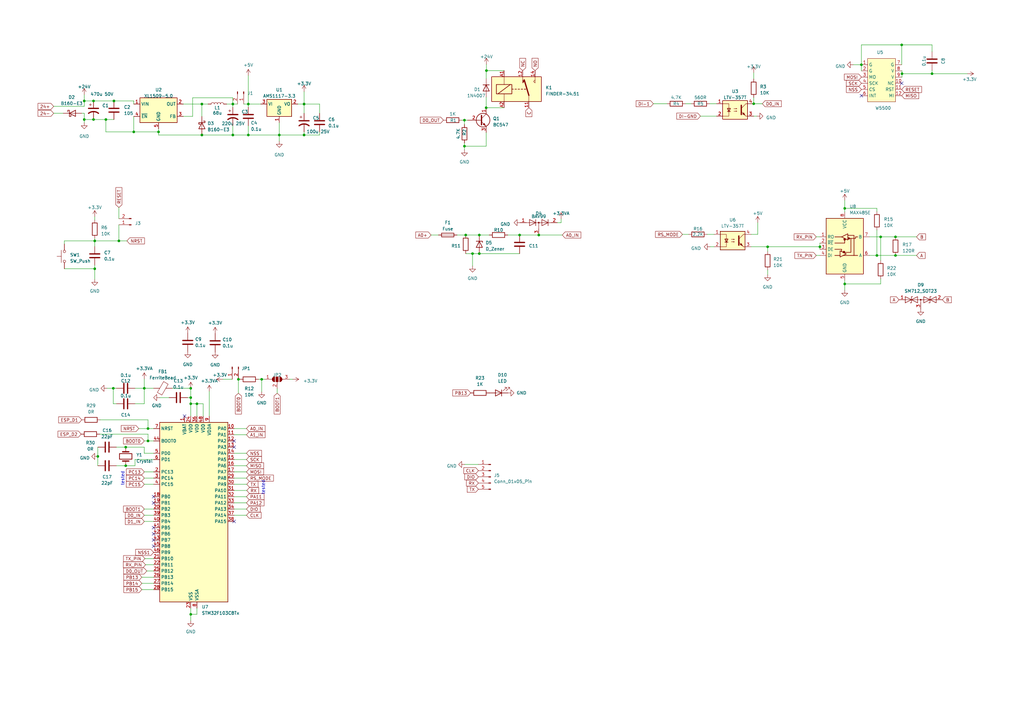
<source format=kicad_sch>
(kicad_sch (version 20231120) (generator "eeschema") (generator_version "8.0")
  (paper "A3")
  (title_block (title "Adam Edge PCB V1") (date "2023-05-27") (rev "1"))
  (junction (at 193.802 104.013))
  (junction (at 361.188 97.155))
  (junction (at 78.232 159.258))
  (junction (at 382.27 30.226))
  (junction (at 199.517 28.956))
  (junction (at 213.106 96.393))
  (junction (at 369.824 18.415))
  (junction (at 48.768 98.806))
  (junction (at 190.5 49.276))
  (junction (at 336.296 101.219))
  (junction (at 367.284 104.775))
  (junction (at 46.736 41.402))
  (junction (at 60.706 175.768))
  (junction (at 191.008 96.393))
  (junction (at 314.833 101.219))
  (junction (at 78.232 251.968))
  (junction (at 199.39 44.196))
  (junction (at 38.354 49.022))
  (junction (at 82.804 42.672))
  (junction (at 40.132 187.198))
  (junction (at 346.456 116.459))
  (junction (at 97.79 155.575))
  (junction (at 309.118 42.545))
  (junction (at 107.315 155.575))
  (junction (at 196.596 96.393))
  (junction (at 51.562 191.008))
  (junction (at 78.232 163.068))
  (junction (at 54.864 54.102))
  (junction (at 78.232 165.608))
  (junction (at 38.862 110.236))
  (junction (at 82.804 55.372))
  (junction (at 114.554 55.372))
  (junction (at 359.664 104.775))
  (junction (at 46.482 159.258))
  (junction (at 101.854 55.372))
  (junction (at 34.544 49.022))
  (junction (at 95.504 42.672))
  (junction (at 51.562 183.388))
  (junction (at 65.024 54.102))
  (junction (at 369.951 30.226))
  (junction (at 95.504 55.372))
  (junction (at 124.714 55.372))
  (junction (at 346.456 85.471))
  (junction (at 60.706 180.848))
  (junction (at 353.314 26.543))
  (junction (at 124.714 42.672))
  (junction (at 34.544 41.402))
  (junction (at 190.5 59.944))
  (junction (at 101.854 42.672))
  (junction (at 43.434 49.022))
  (junction (at 80.772 165.608))
  (junction (at 196.596 104.013))
  (junction (at 220.98 96.393))
  (junction (at 59.182 159.258))
  (junction (at 38.354 41.402))
  (junction (at 367.284 97.155))
  (junction (at 38.862 98.806))
  (no_connect (at 62.992 221.488))
  (no_connect (at 62.992 218.948))
  (no_connect (at 62.992 203.708))
  (no_connect (at 96.012 183.388))
  (no_connect (at 369.824 34.163))
  (no_connect (at 96.012 180.848))
  (no_connect (at 62.992 216.408))
  (no_connect (at 353.314 39.243))
  (no_connect (at 62.992 224.028))
  (no_connect (at 75.692 170.688))
  (no_connect (at 96.012 213.868))
  (no_connect (at 62.992 206.248))
  (wire (pts (xy 131.064 42.672) (xy 124.714 42.672)))
  (wire (pts (xy 55.372 188.468) (xy 55.372 191.008)))
  (wire (pts (xy 196.596 104.013) (xy 213.106 104.013)))
  (wire (pts (xy 191.008 104.013) (xy 193.802 104.013)))
  (wire (pts (xy 310.769 91.313) (xy 310.769 96.139)))
  (wire (pts (xy 199.39 32.258) (xy 199.39 28.956)))
  (wire (pts (xy 40.132 187.198) (xy 40.132 191.008)))
  (wire (pts (xy 190.5 59.944) (xy 190.5 61.468)))
  (wire (pts (xy 369.824 31.623) (xy 369.951 31.623)))
  (wire (pts (xy 65.532 163.068) (xy 69.342 163.068)))
  (wire (pts (xy 367.284 97.155) (xy 375.92 97.155)))
  (wire (pts (xy 193.802 104.013) (xy 196.596 104.013)))
  (wire (pts (xy 190.5 58.674) (xy 190.5 59.944)))
  (wire (pts (xy 48.768 92.202) (xy 48.768 98.806)))
  (wire (pts (xy 124.714 55.372) (xy 114.554 55.372)))
  (wire (pts (xy 34.544 49.022) (xy 38.354 49.022)))
  (wire (pts (xy 356.616 97.155) (xy 361.188 97.155)))
  (wire (pts (xy 346.456 116.459) (xy 361.188 116.459)))
  (wire (pts (xy 70.612 159.258) (xy 78.232 159.258)))
  (wire (pts (xy 82.804 42.672) (xy 82.804 47.752)))
  (wire (pts (xy 206.756 44.196) (xy 199.39 44.196)))
  (wire (pts (xy 40.894 178.054) (xy 60.706 178.054)))
  (wire (pts (xy 47.752 165.608) (xy 46.482 165.608)))
  (wire (pts (xy 80.772 165.608) (xy 83.312 165.608)))
  (wire (pts (xy 96.012 185.928) (xy 101.092 185.928)))
  (wire (pts (xy 382.27 18.415) (xy 382.27 21.209)))
  (wire (pts (xy 359.664 94.361) (xy 359.664 104.775)))
  (wire (pts (xy 43.434 54.102) (xy 43.434 49.022)))
  (wire (pts (xy 76.962 163.068) (xy 78.232 163.068)))
  (wire (pts (xy 230.124 91.313) (xy 230.124 89.789)))
  (wire (pts (xy 176.784 96.393) (xy 179.832 96.393)))
  (wire (pts (xy 346.456 116.459) (xy 346.456 118.999)))
  (wire (pts (xy 60.706 175.768) (xy 62.992 175.768)))
  (wire (pts (xy 114.554 50.292) (xy 114.554 55.372)))
  (wire (pts (xy 213.106 96.393) (xy 220.98 96.393)))
  (wire (pts (xy 199.39 59.944) (xy 199.39 54.356)))
  (wire (pts (xy 80.772 249.428) (xy 80.772 251.968)))
  (wire (pts (xy 43.942 159.258) (xy 46.482 159.258)))
  (wire (pts (xy 101.854 30.988) (xy 101.854 42.672)))
  (wire (pts (xy 314.833 112.649) (xy 314.833 110.744)))
  (wire (pts (xy 47.752 191.008) (xy 51.562 191.008)))
  (wire (pts (xy 369.824 29.083) (xy 369.951 29.083)))
  (wire (pts (xy 59.182 211.328) (xy 62.992 211.328)))
  (wire (pts (xy 131.064 54.102) (xy 131.064 55.372)))
  (wire (pts (xy 59.182 198.628) (xy 62.992 198.628)))
  (wire (pts (xy 26.416 98.806) (xy 26.416 100.076)))
  (wire (pts (xy 346.456 85.471) (xy 346.456 86.995)))
  (wire (pts (xy 228.6 91.313) (xy 230.124 91.313)))
  (wire (pts (xy 34.544 41.402) (xy 34.544 38.862)))
  (wire (pts (xy 78.232 163.068) (xy 78.232 165.608)))
  (wire (pts (xy 54.864 54.102) (xy 65.024 54.102)))
  (wire (pts (xy 48.768 85.09) (xy 48.768 89.662)))
  (wire (pts (xy 33.528 46.482) (xy 34.544 46.482)))
  (wire (pts (xy 59.182 180.848) (xy 60.706 180.848)))
  (wire (pts (xy 199.517 26.416) (xy 199.517 28.956)))
  (wire (pts (xy 59.182 196.088) (xy 62.992 196.088)))
  (wire (pts (xy 336.296 99.695) (xy 336.296 101.219)))
  (wire (pts (xy 92.964 42.672) (xy 95.504 42.672)))
  (wire (pts (xy 38.862 101.092) (xy 38.862 98.806)))
  (wire (pts (xy 291.338 101.219) (xy 292.862 101.219)))
  (wire (pts (xy 334.772 97.155) (xy 336.296 97.155)))
  (wire (pts (xy 96.012 211.328) (xy 101.092 211.328)))
  (wire (pts (xy 353.314 18.415) (xy 353.314 26.543)))
  (wire (pts (xy 78.232 251.968) (xy 78.232 254.508)))
  (wire (pts (xy 85.852 160.528) (xy 85.852 170.688)))
  (wire (pts (xy 369.951 29.083) (xy 369.951 30.226)))
  (wire (pts (xy 101.854 42.672) (xy 101.854 43.942)))
  (wire (pts (xy 189.484 49.276) (xy 190.5 49.276)))
  (wire (pts (xy 59.182 208.788) (xy 62.992 208.788)))
  (wire (pts (xy 279.908 96.139) (xy 282.448 96.139)))
  (wire (pts (xy 309.118 29.845) (xy 309.118 32.385)))
  (wire (pts (xy 54.864 54.102) (xy 43.434 54.102)))
  (wire (pts (xy 83.312 165.608) (xy 83.312 170.688)))
  (wire (pts (xy 359.664 104.775) (xy 367.284 104.775)))
  (wire (pts (xy 199.517 28.956) (xy 206.756 28.956)))
  (wire (pts (xy 369.824 26.543) (xy 369.824 18.415)))
  (wire (pts (xy 106.045 155.575) (xy 107.315 155.575)))
  (wire (pts (xy 38.862 88.9) (xy 38.862 90.17)))
  (wire (pts (xy 34.544 41.402) (xy 34.544 43.6372)))
  (wire (pts (xy 96.012 203.708) (xy 101.092 203.708)))
  (wire (pts (xy 59.182 193.548) (xy 62.992 193.548)))
  (wire (pts (xy 359.664 86.741) (xy 359.664 85.471)))
  (wire (pts (xy 34.544 46.482) (xy 34.544 49.022)))
  (wire (pts (xy 62.992 188.468) (xy 55.372 188.468)))
  (wire (pts (xy 199.39 44.196) (xy 199.39 39.878)))
  (wire (pts (xy 382.27 30.226) (xy 396.748 30.226)))
  (wire (pts (xy 60.198 234.188) (xy 62.992 234.188)))
  (wire (pts (xy 95.504 55.372) (xy 82.804 55.372)))
  (wire (pts (xy 190.5 59.944) (xy 199.39 59.944)))
  (wire (pts (xy 124.714 37.592) (xy 124.714 42.672)))
  (wire (pts (xy 26.416 110.236) (xy 38.862 110.236)))
  (wire (pts (xy 59.436 229.108) (xy 62.992 229.108)))
  (wire (pts (xy 290.068 96.139) (xy 292.862 96.139)))
  (wire (pts (xy 334.772 104.775) (xy 336.296 104.775)))
  (wire (pts (xy 62.992 185.928) (xy 59.182 185.928)))
  (wire (pts (xy 38.354 41.402) (xy 46.736 41.402)))
  (wire (pts (xy 58.166 239.268) (xy 62.992 239.268)))
  (wire (pts (xy 82.804 42.672) (xy 85.344 42.672)))
  (wire (pts (xy 82.804 55.372) (xy 65.024 55.372)))
  (wire (pts (xy 96.012 175.768) (xy 101.092 175.768)))
  (wire (pts (xy 96.012 196.088) (xy 101.092 196.088)))
  (wire (pts (xy 122.174 42.672) (xy 124.714 42.672)))
  (wire (pts (xy 96.012 208.788) (xy 101.092 208.788)))
  (wire (pts (xy 75.184 47.752) (xy 78.994 47.752)))
  (wire (pts (xy 59.182 165.608) (xy 59.182 159.258)))
  (wire (pts (xy 369.951 30.226) (xy 382.27 30.226)))
  (wire (pts (xy 34.544 41.402) (xy 38.354 41.402)))
  (wire (pts (xy 55.372 159.258) (xy 59.182 159.258)))
  (wire (pts (xy 34.544 49.022) (xy 34.544 50.292)))
  (wire (pts (xy 350.012 26.543) (xy 353.314 26.543)))
  (wire (pts (xy 346.456 85.471) (xy 359.664 85.471)))
  (wire (pts (xy 75.184 42.672) (xy 82.804 42.672)))
  (wire (pts (xy 124.714 55.372) (xy 131.064 55.372)))
  (wire (pts (xy 26.416 98.806) (xy 38.862 98.806)))
  (wire (pts (xy 199.39 28.956) (xy 199.517 28.956)))
  (wire (pts (xy 60.706 178.054) (xy 60.706 180.848)))
  (wire (pts (xy 60.706 180.848) (xy 62.992 180.848)))
  (wire (pts (xy 54.864 47.752) (xy 54.864 54.102)))
  (wire (pts (xy 191.008 96.393) (xy 196.596 96.393)))
  (wire (pts (xy 96.012 198.628) (xy 101.219 198.628)))
  (wire (pts (xy 220.98 96.393) (xy 230.632 96.393)))
  (wire (pts (xy 124.714 42.672) (xy 124.714 46.482)))
  (wire (pts (xy 78.994 47.752) (xy 78.994 40.132)))
  (wire (pts (xy 55.372 165.608) (xy 59.182 165.608)))
  (wire (pts (xy 353.314 26.543) (xy 353.314 29.083)))
  (wire (pts (xy 56.896 175.768) (xy 60.706 175.768)))
  (wire (pts (xy 55.372 191.008) (xy 51.562 191.008)))
  (wire (pts (xy 48.768 98.806) (xy 52.07 98.806)))
  (wire (pts (xy 47.752 183.388) (xy 51.562 183.388)))
  (wire (pts (xy 59.182 159.258) (xy 62.992 159.258)))
  (wire (pts (xy 99.949 42.672) (xy 101.854 42.672)))
  (wire (pts (xy 346.456 114.935) (xy 346.456 116.459)))
  (wire (pts (xy 96.012 206.248) (xy 101.092 206.248)))
  (wire (pts (xy 131.064 46.482) (xy 131.064 42.672)))
  (wire (pts (xy 78.232 249.428) (xy 78.232 251.968)))
  (wire (pts (xy 208.28 96.393) (xy 213.106 96.393)))
  (wire (pts (xy 46.482 159.258) (xy 47.752 159.258)))
  (wire (pts (xy 78.232 165.608) (xy 80.772 165.608)))
  (wire (pts (xy 97.409 42.672) (xy 95.504 42.672)))
  (wire (pts (xy 78.232 251.968) (xy 80.772 251.968)))
  (wire (pts (xy 336.296 101.219) (xy 336.296 102.235)))
  (wire (pts (xy 59.182 185.928) (xy 59.182 183.388)))
  (wire (pts (xy 101.854 55.372) (xy 114.554 55.372)))
  (wire (pts (xy 65.024 54.102) (xy 65.024 52.832)))
  (wire (pts (xy 314.833 101.219) (xy 308.102 101.219)))
  (wire (pts (xy 98.425 155.575) (xy 97.79 155.575)))
  (wire (pts (xy 59.182 183.388) (xy 51.562 183.388)))
  (wire (pts (xy 60.706 172.212) (xy 60.706 175.768)))
  (wire (pts (xy 107.315 155.575) (xy 107.315 160.655)))
  (wire (pts (xy 190.627 190.5) (xy 196.215 190.5)))
  (wire (pts (xy 113.665 159.385) (xy 113.665 161.29)))
  (wire (pts (xy 58.166 241.808) (xy 62.992 241.808)))
  (wire (pts (xy 310.769 96.139) (xy 308.102 96.139)))
  (wire (pts (xy 96.012 178.308) (xy 101.092 178.308)))
  (wire (pts (xy 80.772 165.608) (xy 80.772 170.688)))
  (wire (pts (xy 361.188 97.155) (xy 367.284 97.155)))
  (wire (pts (xy 353.314 18.415) (xy 369.824 18.415)))
  (wire (pts (xy 367.284 104.775) (xy 375.92 104.775)))
  (wire (pts (xy 38.862 114.554) (xy 38.862 110.236)))
  (wire (pts (xy 58.166 236.728) (xy 62.992 236.728)))
  (wire (pts (xy 78.994 40.132) (xy 95.504 40.132)))
  (wire (pts (xy 281.178 42.545) (xy 283.464 42.545)))
  (wire (pts (xy 59.69 231.648) (xy 62.992 231.648)))
  (wire (pts (xy 46.736 49.022) (xy 43.434 49.022)))
  (wire (pts (xy 361.188 97.155) (xy 361.188 106.807)))
  (wire (pts (xy 114.554 55.372) (xy 114.554 57.912)))
  (wire (pts (xy 96.012 191.008) (xy 101.092 191.008)))
  (wire (pts (xy 46.736 41.402) (xy 54.864 41.402)))
  (wire (pts (xy 196.596 96.393) (xy 200.66 96.393)))
  (wire (pts (xy 41.148 172.212) (xy 60.706 172.212)))
  (wire (pts (xy 59.182 213.868) (xy 62.992 213.868)))
  (wire (pts (xy 96.012 193.548) (xy 101.092 193.548)))
  (wire (pts (xy 310.388 47.625) (xy 309.118 47.625)))
  (wire (pts (xy 369.824 18.415) (xy 382.27 18.415)))
  (wire (pts (xy 40.132 183.388) (xy 40.132 187.198)))
  (wire (pts (xy 101.854 51.562) (xy 101.854 55.372)))
  (wire (pts (xy 95.504 40.132) (xy 95.504 42.672)))
  (wire (pts (xy 361.188 116.459) (xy 361.188 114.427)))
  (wire (pts (xy 124.714 54.102) (xy 124.714 55.372)))
  (wire (pts (xy 21.9964 43.6372) (xy 34.544 43.6372)))
  (wire (pts (xy 267.97 42.545) (xy 273.558 42.545)))
  (wire (pts (xy 78.232 165.608) (xy 78.232 170.688)))
  (wire (pts (xy 38.862 110.236) (xy 38.862 108.712)))
  (wire (pts (xy 287.274 47.625) (xy 293.878 47.625)))
  (wire (pts (xy 314.833 103.124) (xy 314.833 101.219)))
  (wire (pts (xy 96.012 188.468) (xy 101.092 188.468)))
  (wire (pts (xy 193.802 104.013) (xy 193.802 109.093)))
  (wire (pts (xy 21.9964 46.482) (xy 25.908 46.482)))
  (wire (pts (xy 59.182 155.448) (xy 59.182 159.258)))
  (wire (pts (xy 46.482 165.608) (xy 46.482 159.258)))
  (wire (pts (xy 118.745 155.575) (xy 120.015 155.575)))
  (wire (pts (xy 382.27 28.829) (xy 382.27 30.226)))
  (wire (pts (xy 187.452 96.393) (xy 191.008 96.393)))
  (wire (pts (xy 356.616 104.775) (xy 359.664 104.775)))
  (wire (pts (xy 38.862 98.806) (xy 48.768 98.806)))
  (wire (pts (xy 101.854 42.672) (xy 106.934 42.672)))
  (wire (pts (xy 65.024 55.372) (xy 65.024 54.102)))
  (wire (pts (xy 369.951 31.623) (xy 369.951 30.226)))
  (wire (pts (xy 190.5 49.276) (xy 191.77 49.276)))
  (wire (pts (xy 314.833 101.219) (xy 336.296 101.219)))
  (wire (pts (xy 95.504 51.562) (xy 95.504 55.372)))
  (wire (pts (xy 309.118 42.545) (xy 312.674 42.545)))
  (wire (pts (xy 54.864 42.672) (xy 54.864 41.402)))
  (wire (pts (xy 291.084 42.545) (xy 293.878 42.545)))
  (wire (pts (xy 91.44 155.575) (xy 95.25 155.575)))
  (wire (pts (xy 190.5 49.276) (xy 190.5 51.054)))
  (wire (pts (xy 108.585 155.575) (xy 107.315 155.575)))
  (wire (pts (xy 96.012 201.168) (xy 101.219 201.168)))
  (wire (pts (xy 38.862 98.806) (xy 38.862 97.79)))
  (wire (pts (xy 78.232 159.258) (xy 78.232 163.068)))
  (wire (pts (xy 38.354 49.022) (xy 43.434 49.022)))
  (wire (pts (xy 101.854 55.372) (xy 95.504 55.372)))
  (wire (pts (xy 309.118 40.005) (xy 309.118 42.545)))
  (wire (pts (xy 97.79 161.29) (xy 97.79 155.575)))
  (wire (pts (xy 346.456 82.169) (xy 346.456 85.471)))
  (wire (pts (xy 95.504 42.672) (xy 95.504 43.942)))
  (text "tested" (at 108.712 202.946 90) (effects (font (size 1.27 1.27)) (justify left bottom)))
  (text "tested" (at 51.054 199.263 90) (effects (font (size 1.27 1.27)) (justify left bottom)))
  (global_label "D0_IN" (shape input) (at 312.674 42.545 0) (property "Intersheetrefs" "${INTERSHEET_REFS}" (effects (hide yes))))
  (global_label "RS_MODE" (shape input) (at 101.092 196.088 0) (property "Intersheetrefs" "${INTERSHEET_REFS}" (effects (hide yes))))
  (global_label "ESP_D2" (shape input) (at 33.274 178.054 180) (property "Intersheetrefs" "${INTERSHEET_REFS}" (effects (hide yes))))
  (global_label "B" (shape input) (at 375.92 97.155 0) (property "Intersheetrefs" "${INTERSHEET_REFS}" (effects (hide yes))))
  (global_label "NRST" (shape input) (at 56.896 175.768 180) (property "Intersheetrefs" "${INTERSHEET_REFS}" (effects (hide yes))))
  (global_label "RX_PIN" (shape input) (at 59.69 231.648 180) (property "Intersheetrefs" "${INTERSHEET_REFS}" (effects (hide yes))))
  (global_label "PC14" (shape input) (at 59.182 196.088 180) (property "Intersheetrefs" "${INTERSHEET_REFS}" (effects (hide yes))))
  (global_label "BOOT1" (shape input) (at 113.665 161.29 270) (property "Intersheetrefs" "${INTERSHEET_REFS}" (effects (hide yes))))
  (global_label "A" (shape input) (at 375.92 104.775 0) (property "Intersheetrefs" "${INTERSHEET_REFS}" (effects (hide yes))))
  (global_label "RS_MODE" (shape input) (at 279.908 96.139 180) (property "Intersheetrefs" "${INTERSHEET_REFS}" (effects (hide yes))))
  (global_label "PB13" (shape input) (at 58.166 236.728 180) (property "Intersheetrefs" "${INTERSHEET_REFS}" (effects (hide yes))))
  (global_label "DI-GND" (shape input) (at 287.274 47.625 180) (property "Intersheetrefs" "${INTERSHEET_REFS}" (effects (hide yes))))
  (global_label "A" (shape input) (at 368.7318 122.936 180) (property "Intersheetrefs" "${INTERSHEET_REFS}" (effects (hide yes))))
  (global_label "MISO" (shape input) (at 369.824 39.243 0) (property "Intersheetrefs" "${INTERSHEET_REFS}" (effects (hide yes))))
  (global_label "D0_OUT" (shape input) (at 60.198 234.188 180) (property "Intersheetrefs" "${INTERSHEET_REFS}" (effects (hide yes))))
  (global_label "MOSI" (shape input) (at 101.092 193.548 0) (property "Intersheetrefs" "${INTERSHEET_REFS}" (effects (hide yes))))
  (global_label "RX" (shape input) (at 101.219 201.168 0) (property "Intersheetrefs" "${INTERSHEET_REFS}" (effects (hide yes))))
  (global_label "DIO" (shape input) (at 196.215 195.58 180) (property "Intersheetrefs" "${INTERSHEET_REFS}" (effects (hide yes))))
  (global_label "TX_PIN" (shape input) (at 334.772 104.775 180) (property "Intersheetrefs" "${INTERSHEET_REFS}" (effects (hide yes))))
  (global_label "TX_PIN" (shape input) (at 59.436 229.108 180) (property "Intersheetrefs" "${INTERSHEET_REFS}" (effects (hide yes))))
  (global_label "D0_OUT" (shape input) (at 181.864 49.276 180) (property "Intersheetrefs" "${INTERSHEET_REFS}" (effects (hide yes))))
  (global_label "NO" (shape input) (at 219.456 28.956 90) (property "Intersheetrefs" "${INTERSHEET_REFS}" (effects (hide yes))))
  (global_label "PA11" (shape input) (at 101.092 203.708 0) (property "Intersheetrefs" "${INTERSHEET_REFS}" (effects (hide yes))))
  (global_label "ESP_D1" (shape input) (at 33.528 172.212 180) (property "Intersheetrefs" "${INTERSHEET_REFS}" (effects (hide yes))))
  (global_label "TX" (shape input) (at 101.219 198.628 0) (property "Intersheetrefs" "${INTERSHEET_REFS}" (effects (hide yes))))
  (global_label "A1_IN" (shape input) (at 101.092 178.308 0) (property "Intersheetrefs" "${INTERSHEET_REFS}" (effects (hide yes))))
  (global_label "PC15" (shape input) (at 59.182 198.628 180) (property "Intersheetrefs" "${INTERSHEET_REFS}" (effects (hide yes))))
  (global_label "24+" (shape input) (at 21.9964 43.6372 180) (property "Intersheetrefs" "${INTERSHEET_REFS}" (effects (hide yes))))
  (global_label "NRST" (shape input) (at 52.07 98.806 0) (property "Intersheetrefs" "${INTERSHEET_REFS}" (effects (hide yes))))
  (global_label "DI-1" (shape input) (at 267.97 42.545 180) (property "Intersheetrefs" "${INTERSHEET_REFS}" (effects (hide yes))))
  (global_label "D1_IN" (shape input) (at 59.182 213.868 180) (property "Intersheetrefs" "${INTERSHEET_REFS}" (effects (hide yes))))
  (global_label "NSS" (shape input) (at 101.092 185.928 0) (property "Intersheetrefs" "${INTERSHEET_REFS}" (effects (hide yes))))
  (global_label "PB15" (shape input) (at 58.166 241.808 180) (property "Intersheetrefs" "${INTERSHEET_REFS}" (effects (hide yes))))
  (global_label "CLK" (shape input) (at 196.215 193.04 180) (property "Intersheetrefs" "${INTERSHEET_REFS}" (effects (hide yes))))
  (global_label "NSS1" (shape input) (at 62.992 226.568 180) (property "Intersheetrefs" "${INTERSHEET_REFS}" (effects (hide yes))))
  (global_label "BOOT0" (shape input) (at 59.182 180.848 180) (property "Intersheetrefs" "${INTERSHEET_REFS}" (effects (hide yes))))
  (global_label "RESET" (shape input) (at 48.768 85.09 90) (property "Intersheetrefs" "${INTERSHEET_REFS}" (effects (hide yes))))
  (global_label "RX_PIN" (shape input) (at 334.772 97.155 180) (property "Intersheetrefs" "${INTERSHEET_REFS}" (effects (hide yes))))
  (global_label "MOSI" (shape input) (at 353.314 31.623 180) (property "Intersheetrefs" "${INTERSHEET_REFS}" (effects (hide yes))))
  (global_label "DIO" (shape input) (at 101.092 208.788 0) (property "Intersheetrefs" "${INTERSHEET_REFS}" (effects (hide yes))))
  (global_label "BOOT1" (shape input) (at 59.182 208.788 180) (property "Intersheetrefs" "${INTERSHEET_REFS}" (effects (hide yes))))
  (global_label "NC" (shape input) (at 214.376 28.956 90) (property "Intersheetrefs" "${INTERSHEET_REFS}" (effects (hide yes))))
  (global_label "A0_IN" (shape input) (at 101.092 175.768 0) (property "Intersheetrefs" "${INTERSHEET_REFS}" (effects (hide yes))))
  (global_label "SCK" (shape input) (at 101.092 188.468 0) (property "Intersheetrefs" "${INTERSHEET_REFS}" (effects (hide yes))))
  (global_label "NSS" (shape input) (at 353.314 36.703 180) (property "Intersheetrefs" "${INTERSHEET_REFS}" (effects (hide yes))))
  (global_label "C" (shape input) (at 216.916 44.196 270) (property "Intersheetrefs" "${INTERSHEET_REFS}" (effects (hide yes))))
  (global_label "PC13" (shape input) (at 59.182 193.548 180) (property "Intersheetrefs" "${INTERSHEET_REFS}" (effects (hide yes))))
  (global_label "A0_IN" (shape input) (at 230.632 96.393 0) (property "Intersheetrefs" "${INTERSHEET_REFS}" (effects (hide yes))))
  (global_label "PB14" (shape input) (at 58.166 239.268 180) (property "Intersheetrefs" "${INTERSHEET_REFS}" (effects (hide yes))))
  (global_label "RX" (shape input) (at 196.215 198.12 180) (property "Intersheetrefs" "${INTERSHEET_REFS}" (effects (hide yes))))
  (global_label "PA12" (shape input) (at 101.092 206.248 0) (property "Intersheetrefs" "${INTERSHEET_REFS}" (effects (hide yes))))
  (global_label "24-" (shape input) (at 21.9964 46.482 180) (property "Intersheetrefs" "${INTERSHEET_REFS}" (effects (hide yes))))
  (global_label "PB13" (shape input) (at 193.04 161.163 180) (property "Intersheetrefs" "${INTERSHEET_REFS}" (effects (hide yes))))
  (global_label "B" (shape input) (at 386.5118 122.936 0) (property "Intersheetrefs" "${INTERSHEET_REFS}" (effects (hide yes))))
  (global_label "SCK" (shape input) (at 353.314 34.163 180) (property "Intersheetrefs" "${INTERSHEET_REFS}" (effects (hide yes))))
  (global_label "TX" (shape input) (at 196.215 200.66 180) (property "Intersheetrefs" "${INTERSHEET_REFS}" (effects (hide yes))))
  (global_label "A0+" (shape input) (at 176.784 96.393 180) (property "Intersheetrefs" "${INTERSHEET_REFS}" (effects (hide yes))))
  (global_label "BOOT0" (shape input) (at 97.79 161.29 270) (property "Intersheetrefs" "${INTERSHEET_REFS}" (effects (hide yes))))
  (global_label "RESET" (shape input) (at 369.824 36.703 0) (property "Intersheetrefs" "${INTERSHEET_REFS}" (effects (hide yes))))
  (global_label "MISO" (shape input) (at 101.092 191.008 0) (property "Intersheetrefs" "${INTERSHEET_REFS}" (effects (hide yes))))
  (global_label "D0_IN" (shape input) (at 59.182 211.328 180) (property "Intersheetrefs" "${INTERSHEET_REFS}" (effects (hide yes))))
  (global_label "CLK" (shape input) (at 101.092 211.328 0) (property "Intersheetrefs" "${INTERSHEET_REFS}" (effects (hide yes))))
  (symbol (lib_id "Relay:FINDER-34.51") (at 211.836 36.576 0) (unit 1)
    (property "Reference" "K1" (at 223.774 35.941 0) (effects (justify left)))
    (property "Value" "FINDER-34.51" (at 223.774 38.481 0) (effects (justify left)))
    (property "Footprint" "Relay_THT:Relay_SPDT_Finder_34.51_Vertical" (effects (hide yes)))
    (property "Datasheet" "https://gfinder.findernet.com/public/attachments/34/EN/S34USAEN.pdf" (effects (hide yes)))
  )
  (symbol (lib_id "power:GND") (at 77.0128 144.2212 0) (unit 1)
    (property "Reference" "#PWR024" (effects (hide yes)))
    (property "Value" "GND" (at 77.0128 149.5044 0))
  )
  (symbol (lib_id "Regulator_Switching:XL1509-5.0") (at 65.024 45.212 0) (unit 1)
    (property "Reference" "U2" (at 65.024 36.83 0))
    (property "Value" "XL1509-5.0" (at 65.024 39.37 0))
    (property "Footprint" "Package_SO:SOIC-8_3.9x4.9mm_P1.27mm" (effects (hide yes)))
    (property "Datasheet" "https://datasheet.lcsc.com/lcsc/1809050422_XLSEMI-XL1509-5-0E1_C61063.pdf" (effects (hide yes)))
  )
  (symbol (lib_id "Jumper:SolderJumper_3_Open") (at 113.665 155.575 0) (unit 1)
    (property "Reference" "JP2" (at 113.665 153.797 0))
    (property "Value" "SolderJumper_3_Open" (effects (hide yes)))
    (property "Footprint" "Jumper:SolderJumper-3_P1.3mm_Open_Pad1.0x1.5mm" (effects (hide yes)))
  )
  (symbol (lib_id "Device:C_Polarized_US") (at 124.714 50.292 0) (unit 1)
    (property "Reference" "C5" (at 128.27 48.387 0) (effects (justify left)))
    (property "Value" "100u 25V" (at 125.73 53.975 0) (effects (justify left)))
    (property "Footprint" "Capacitor_THT:CP_Radial_D8.0mm_P5.00mm" (effects (hide yes)))
  )
  (symbol (lib_id "Device:C") (at 43.942 183.388 270) (unit 1)
    (property "Reference" "C16" (at 43.942 176.53 90))
    (property "Value" "22pF" (at 43.942 179.07 90))
    (property "Footprint" "Capacitor_SMD:C_0805_2012Metric" (effects (hide yes)))
  )
  (symbol (lib_id "power:GND") (at 350.012 26.543 270) (unit 1)
    (property "Reference" "#PWR018" (effects (hide yes)))
    (property "Value" "GND" (at 346.71 27.178 90) (effects (justify right)))
  )
  (symbol (lib_id "power:GND") (at 114.554 57.912 0) (unit 1)
    (property "Reference" "#PWR08" (effects (hide yes)))
    (property "Value" "GND" (at 114.554 63.5 0))
  )
  (symbol (lib_id "Isolator:LTV-357T") (at 300.482 98.679 0) (unit 1)
    (property "Reference" "U6" (at 300.482 90.17 0))
    (property "Value" "LTV-357T" (at 300.482 92.71 0))
    (property "Footprint" "Package_SO:SO-4_4.4x3.6mm_P2.54mm" (effects (hide yes)))
    (property "Datasheet" "https://www.buerklin.com/medias/sys_master/download/download/h91/ha0/8892020588574.pdf" (effects (hide yes)))
  )
  (symbol (lib_id "power:+3.3V") (at 124.714 37.592 0) (unit 1)
    (property "Reference" "#PWR03" (effects (hide yes)))
    (property "Value" "+3.3V" (at 124.714 34.29 0))
  )
  (symbol (lib_id "power:GND") (at 208.28 161.163 90) (unit 1)
    (property "Reference" "#PWR052" (effects (hide yes)))
    (property "Value" "GND" (at 211.8614 161.163 90) (effects (justify right)))
  )
  (symbol (lib_id "Device:R") (at 277.368 42.545 90) (unit 1)
    (property "Reference" "R4" (at 277.368 42.545 90))
    (property "Value" "4.7K" (at 277.368 40.005 90))
    (property "Footprint" "Resistor_SMD:R_0805_2012Metric" (effects (hide yes)))
  )
  (symbol (lib_id "Device:R") (at 204.47 96.393 90) (unit 1)
    (property "Reference" "R10" (at 204.47 94.3356 90))
    (property "Value" "1K" (effects (hide yes)))
    (property "Footprint" "Resistor_SMD:R_0805_2012Metric" (effects (hide yes)))
  )
  (symbol (lib_id "Device:C") (at 88.2396 140.5636 0) (unit 1)
    (property "Reference" "C10" (at 91.2368 139.2936 0) (effects (justify left)))
    (property "Value" "0.1u" (at 91.2368 141.8336 0) (effects (justify left)))
    (property "Footprint" "Capacitor_SMD:C_0805_2012Metric" (effects (hide yes)))
  )
  (symbol (lib_id "Device:D_Zener") (at 196.596 100.203 270) (unit 1)
    (property "Reference" "D5" (at 199.136 99.568 90) (effects (justify left)))
    (property "Value" "D_Zener" (at 199.136 102.108 90) (effects (justify left)))
    (property "Footprint" "Diode_SMD:D_SMA" (effects (hide yes)))
  )
  (symbol (lib_id "Device:C") (at 43.942 191.008 270) (unit 1)
    (property "Reference" "C17" (at 43.942 195.58 90))
    (property "Value" "22pF" (at 43.942 198.12 90))
    (property "Footprint" "Capacitor_SMD:C_0805_2012Metric" (effects (hide yes)))
  )
  (symbol (lib_id "Connector:Conn_01x02_Pin") (at 95.25 150.495 90) (mirror x) (unit 1)
    (property "Reference" "JP1" (at 99.06 151.13 90) (effects (justify right)))
    (property "Value" "Conn_01x02_Pin" (effects (hide yes)))
    (property "Footprint" "Connector_PinHeader_2.54mm:PinHeader_1x02_P2.54mm_Vertical" (effects (hide yes)))
  )
  (symbol (lib_id "Device:C") (at 382.27 25.019 0) (unit 1)
    (property "Reference" "C8" (at 386.842 25.019 90))
    (property "Value" "0.1u" (at 378.968 25.019 90))
    (property "Footprint" "Capacitor_SMD:C_0805_2012Metric" (effects (hide yes)))
  )
  (symbol (lib_id "power:+3.3V") (at 77.0128 136.6012 0) (unit 1)
    (property "Reference" "#PWR019" (effects (hide yes)))
    (property "Value" "+3.3V" (at 77.0128 132.2832 0))
  )
  (symbol (lib_id "Connector:Conn_01x02_Pin") (at 53.848 92.202 180) (unit 1)
    (property "Reference" "J3" (at 55.372 91.567 0) (effects (justify right)))
    (property "Value" "Conn_01x02_Pin" (effects (hide yes)))
    (property "Footprint" "Connector_PinHeader_2.54mm:PinHeader_1x02_P2.54mm_Vertical" (effects (hide yes)))
  )
  (symbol (lib_id "Device:FerriteBead") (at 66.802 159.258 90) (unit 1)
    (property "Reference" "FB1" (at 66.7512 152.4 90))
    (property "Value" "FerriteBead" (at 66.7512 154.94 90))
    (property "Footprint" "Inductor_SMD:L_0805_2012Metric" (effects (hide yes)))
  )
  (symbol (lib_id "power:+3.3V") (at 309.118 29.845 0) (unit 1)
    (property "Reference" "#PWR010" (effects (hide yes)))
    (property "Value" "+3.3V" (at 309.118 27.305 0))
  )
  (symbol (lib_id "power:GND") (at 314.833 112.649 0) (unit 1)
    (property "Reference" "#PWR045" (effects (hide yes)))
    (property "Value" "GND" (at 314.833 117.729 0))
  )
  (symbol (lib_id "power:+3.3V") (at 396.748 30.226 270) (mirror x) (unit 1)
    (property "Reference" "#PWR021" (effects (hide yes)))
    (property "Value" "+3.3V" (at 397.637 32.512 90))
  )
  (symbol (lib_id "power:GND") (at 40.132 187.198 270) (unit 1)
    (property "Reference" "#PWR038" (effects (hide yes)))
    (property "Value" "GND" (at 36.83 187.833 90) (effects (justify right)))
  )
  (symbol (lib_id "Device:C") (at 77.0128 140.4112 0) (unit 1)
    (property "Reference" "C9" (at 80.01 139.1412 0) (effects (justify left)))
    (property "Value" "0.1u" (at 80.01 141.6812 0) (effects (justify left)))
    (property "Footprint" "Capacitor_SMD:C_0805_2012Metric" (effects (hide yes)))
  )
  (symbol (lib_id "MCU_ST_STM32F1:STM32F103C8Tx") (at 78.232 211.328 0) (unit 1)
    (property "Reference" "U7" (at 82.7279 248.92 0) (effects (justify left)))
    (property "Value" "STM32F103C8Tx" (at 82.7279 251.46 0) (effects (justify left)))
    (property "Footprint" "Package_QFP:LQFP-48_7x7mm_P0.5mm" (effects (hide yes)))
    (property "Datasheet" "https://www.st.com/resource/en/datasheet/stm32f103c8.pdf" (effects (hide yes)))
  )
  (symbol (lib_id "power:GND") (at 38.862 114.554 0) (unit 1)
    (property "Reference" "#PWR017" (effects (hide yes)))
    (property "Value" "GND" (at 38.862 119.38 0))
  )
  (symbol (lib_id "power:GND") (at 34.544 50.292 0) (unit 1)
    (property "Reference" "#PWR06" (effects (hide yes)))
    (property "Value" "GND" (at 34.544 55.88 0))
  )
  (symbol (lib_id "Device:R") (at 191.008 100.203 0) (unit 1)
    (property "Reference" "R11" (at 188.976 100.838 0) (effects (justify right)))
    (property "Value" "150R Precision" (effects (hide yes)))
    (property "Footprint" "Resistor_THT:R_Axial_DIN0207_L6.3mm_D2.5mm_P10.16mm_Horizontal" (effects (hide yes)))
  )
  (symbol (lib_id "Device:R") (at 37.338 172.212 90) (unit 1)
    (property "Reference" "R29" (at 37.338 166.37 90))
    (property "Value" "0R" (at 37.338 168.91 90))
    (property "Footprint" "Resistor_SMD:R_0805_2012Metric" (effects (hide yes)))
  )
  (symbol (lib_id "Device:C") (at 213.106 100.203 0) (unit 1)
    (property "Reference" "C11" (at 216.916 100.838 0) (effects (justify left)))
    (property "Value" "0.1u" (effects (hide yes)))
    (property "Footprint" "Capacitor_SMD:C_0805_2012Metric" (effects (hide yes)))
  )
  (symbol (lib_id "Device:R") (at 314.833 106.934 180) (unit 1)
    (property "Reference" "R21" (at 317.119 106.299 0) (effects (justify right)))
    (property "Value" "10K" (at 317.119 108.839 0) (effects (justify right)))
    (property "Footprint" "Resistor_SMD:R_0805_2012Metric" (effects (hide yes)))
  )
  (symbol (lib_id "Device:C") (at 131.064 50.292 0) (unit 1)
    (property "Reference" "C6" (at 134.62 49.022 0) (effects (justify left)))
    (property "Value" "0.1u" (at 134.62 51.562 0) (effects (justify left)))
    (property "Footprint" "Capacitor_SMD:C_0805_2012Metric" (effects (hide yes)))
  )
  (symbol (lib_id "Device:R") (at 185.674 49.276 90) (unit 1)
    (property "Reference" "R1" (at 185.928 49.403 90))
    (property "Value" "1K" (at 185.674 46.736 90))
    (property "Footprint" "Resistor_SMD:R_0805_2012Metric" (effects (hide yes)))
  )
  (symbol (lib_id "power:+5V") (at 346.456 82.169 0) (unit 1)
    (property "Reference" "#PWR040" (effects (hide yes)))
    (property "Value" "+5V" (at 346.456 78.359 0))
  )
  (symbol (lib_id "Device:C_Polarized_US") (at 95.504 47.752 0) (unit 1)
    (property "Reference" "C3" (at 99.06 45.847 0) (effects (justify left)))
    (property "Value" "220u 25V" (at 90.932 50.673 0) (effects (justify left)))
    (property "Footprint" "Capacitor_THT:CP_Radial_D8.0mm_P5.00mm" (effects (hide yes)))
  )
  (symbol (lib_id "Device:R") (at 367.284 100.965 180) (unit 1)
    (property "Reference" "R17" (at 370.078 100.33 0) (effects (justify right)))
    (property "Value" "120R" (at 370.078 102.87 0) (effects (justify right)))
    (property "Footprint" "Resistor_SMD:R_0805_2012Metric" (effects (hide yes)))
  )
  (symbol (lib_id "power:+3.3VA") (at 59.182 155.448 0) (unit 1)
    (property "Reference" "#PWR026" (effects (hide yes)))
    (property "Value" "+3.3VA" (at 59.182 151.13 0))
  )
  (symbol (lib_id "Device:C") (at 51.562 159.258 270) (unit 1)
    (property "Reference" "C12" (at 51.562 156.21 90))
    (property "Value" "0.1u" (at 51.562 153.924 90))
    (property "Footprint" "Capacitor_SMD:C_0805_2012Metric" (effects (hide yes)))
  )
  (symbol (lib_id "power:GND") (at 310.388 47.625 90) (unit 1)
    (property "Reference" "#PWR011" (effects (hide yes)))
    (property "Value" "GND" (at 314.198 48.26 90) (effects (justify right)))
  )
  (symbol (lib_id "Connector:Conn_01x05_Pin") (at 201.295 195.58 0) (mirror y) (unit 1)
    (property "Reference" "J5" (at 202.565 194.945 0) (effects (justify right)))
    (property "Value" "Conn_01x05_Pin" (at 202.565 197.485 0) (effects (justify right)))
    (property "Footprint" "Connector_PinHeader_2.54mm:PinHeader_1x05_P2.54mm_Vertical" (effects (hide yes)))
  )
  (symbol (lib_id "Device:LED") (at 204.47 161.163 180) (unit 1)
    (property "Reference" "D10" (at 206.0575 153.7716 0))
    (property "Value" "LED" (at 206.0575 156.3116 0))
    (property "Footprint" "LED_THT:LED_D3.0mm" (effects (hide yes)))
  )
  (symbol (lib_id "Device:C") (at 101.854 47.752 0) (unit 1)
    (property "Reference" "C4" (at 102.87 50.419 0) (effects (justify left)))
    (property "Value" "0.1u" (at 102.87 52.959 0) (effects (justify left)))
    (property "Footprint" "Capacitor_SMD:C_0805_2012Metric" (effects (hide yes)))
  )
  (symbol (lib_id "Device:R") (at 359.664 90.551 180) (unit 1)
    (property "Reference" "R15" (at 362.458 89.916 0) (effects (justify right)))
    (property "Value" "10K" (at 362.458 92.456 0) (effects (justify right)))
    (property "Footprint" "Resistor_SMD:R_0805_2012Metric" (effects (hide yes)))
  )
  (symbol (lib_id "Device:R") (at 196.85 161.163 270) (unit 1)
    (property "Reference" "R23" (at 196.85 155.0416 90))
    (property "Value" "1K" (at 196.85 157.5816 90))
    (property "Footprint" "Resistor_SMD:R_0805_2012Metric" (effects (hide yes)))
  )
  (symbol (lib_id "Device:Crystal") (at 51.562 187.198 90) (unit 1)
    (property "Reference" "Y1" (at 55.88 186.563 90) (effects (justify right)))
    (property "Value" "Crystal" (at 55.88 189.103 90) (effects (justify right)))
    (property "Footprint" "Crystal:Crystal_HC49-U_Vertical" (effects (hide yes)))
  )
  (symbol (lib_id "power:GND") (at 291.338 101.219 270) (unit 1)
    (property "Reference" "#PWR043" (effects (hide yes)))
    (property "Value" "GND" (at 287.528 101.854 90) (effects (justify right)))
  )
  (symbol (lib_id "Isolator:LTV-357T") (at 301.498 45.085 0) (unit 1)
    (property "Reference" "U3" (at 301.498 37.465 0))
    (property "Value" "LTV-357T" (at 301.498 40.005 0))
    (property "Footprint" "Package_SO:SO-4_4.4x3.6mm_P2.54mm" (effects (hide yes)))
    (property "Datasheet" "https://www.buerklin.com/medias/sys_master/download/download/h91/ha0/8892020588574.pdf" (effects (hide yes)))
  )
  (symbol (lib_id "power:GND") (at 88.2396 144.3736 0) (unit 1)
    (property "Reference" "#PWR025" (effects (hide yes)))
    (property "Value" "GND" (at 88.2396 149.6568 0))
  )
  (symbol (lib_id "Diode:BAV99") (at 220.98 91.313 0) (unit 1)
    (property "Reference" "D4" (at 220.98 87.503 0))
    (property "Value" "BAV99" (at 220.98 88.773 0))
    (property "Footprint" "Package_TO_SOT_SMD:SOT-23" (effects (hide yes)))
    (property "Datasheet" "https://assets.nexperia.com/documents/data-sheet/BAV99_SER.pdf" (effects (hide yes)))
  )
  (symbol (lib_id "power:GND") (at 213.36 91.313 270) (unit 1)
    (property "Reference" "#PWR023" (effects (hide yes)))
    (property "Value" "GND" (at 209.296 91.948 90) (effects (justify right)))
  )
  (symbol (lib_id "power:GND") (at 43.942 159.258 270) (unit 1)
    (property "Reference" "#PWR029" (effects (hide yes)))
    (property "Value" "GND" (at 40.64 159.893 90) (effects (justify right)))
  )
  (symbol (lib_id "Device:R") (at 102.235 155.575 90) (unit 1)
    (property "Reference" "R12" (at 102.235 159.385 90))
    (property "Value" "10K" (at 102.235 161.925 90))
    (property "Footprint" "Resistor_SMD:R_0805_2012Metric" (effects (hide yes)))
  )
  (symbol (lib_id "power:+24V") (at 199.517 26.416 0) (unit 1)
    (property "Reference" "#PWR01" (effects (hide yes)))
    (property "Value" "+24V" (at 199.517 23.241 0))
  )
  (symbol (lib_id "Diode:SM712_SOT23") (at 377.6218 122.936 0) (unit 1)
    (property "Reference" "D9" (at 377.6218 116.84 0))
    (property "Value" "SM712_SOT23" (at 377.6218 119.38 0))
    (property "Footprint" "Package_TO_SOT_SMD:SOT-23" (effects (hide yes)))
    (property "Datasheet" "https://www.littelfuse.com/~/media/electronics/datasheets/tvs_diode_arrays/littelfuse_tvs_diode_array_sm712_datasheet.pdf.pdf" (effects (hide yes)))
  )
  (symbol (lib_id "power:GND") (at 65.532 163.068 270) (unit 1)
    (property "Reference" "#PWR034" (effects (hide yes)))
    (property "Value" "GND" (at 64.262 166.37 90))
  )
  (symbol (lib_id "Device:C_Polarized_US") (at 38.354 45.212 0) (unit 1)
    (property "Reference" "C1" (at 41.91 43.307 0) (effects (justify left)))
    (property "Value" "470u 50V" (at 37.084 38.608 0) (effects (justify left)))
    (property "Footprint" "Capacitor_THT:CP_Radial_D10.0mm_P5.00mm" (effects (hide yes)))
  )
  (symbol (lib_id "Device:C") (at 46.736 45.212 0) (unit 1)
    (property "Reference" "C2" (at 50.8 43.942 0) (effects (justify left)))
    (property "Value" "105" (at 50.8 46.482 0) (effects (justify left)))
    (property "Footprint" "Capacitor_THT:C_Disc_D5.1mm_W3.2mm_P5.00mm" (effects (hide yes)))
  )
  (symbol (lib_id "power:GND") (at 107.315 160.655 0) (unit 1)
    (property "Reference" "#PWR033" (effects (hide yes)))
    (property "Value" "GND" (at 107.315 165.227 0))
  )
  (symbol (lib_id "power:+3.3V") (at 78.232 159.258 0) (unit 1)
    (property "Reference" "#PWR030" (effects (hide yes)))
    (property "Value" "+3.3V" (at 78.232 154.94 0))
  )
  (symbol (lib_id "Regulator_Linear:AMS1117-3.3") (at 114.554 42.672 0) (unit 1)
    (property "Reference" "U1" (at 114.554 36.83 0))
    (property "Value" "AMS1117-3.3" (at 114.554 39.37 0))
    (property "Footprint" "Package_TO_SOT_SMD:SOT-223-3_TabPin2" (effects (hide yes)))
    (property "Datasheet" "http://www.advanced-monolithic.com/pdf/ds1117.pdf" (effects (hide yes)))
  )
  (symbol (lib_id "Device:R") (at 287.274 42.545 90) (unit 1)
    (property "Reference" "R5" (at 287.274 42.545 90))
    (property "Value" "560R" (at 287.274 40.005 90))
    (property "Footprint" "Resistor_SMD:R_0805_2012Metric" (effects (hide yes)))
  )
  (symbol (lib_id "power:GND") (at 190.5 61.468 0) (unit 1)
    (property "Reference" "#PWR09" (effects (hide yes)))
    (property "Value" "GND" (at 190.5 66.421 0))
  )
  (symbol (lib_id "power:GND") (at 78.232 254.508 0) (unit 1)
    (property "Reference" "#PWR051" (effects (hide yes)))
    (property "Value" "GND" (at 78.232 259.08 0))
  )
  (symbol (lib_id "power:GND") (at 346.456 118.999 0) (unit 1)
    (property "Reference" "#PWR046" (effects (hide yes)))
    (property "Value" "GND" (at 346.456 124.079 0))
  )
  (symbol (lib_id "Device:R") (at 38.862 93.98 0) (unit 1)
    (property "Reference" "R6" (at 41.402 93.345 0) (effects (justify left)))
    (property "Value" "10K" (at 41.402 95.885 0) (effects (justify left)))
    (property "Footprint" "Resistor_SMD:R_0805_2012Metric" (effects (hide yes)))
  )
  (symbol (lib_id "Diode:B160-E3") (at 82.804 51.562 270) (unit 1)
    (property "Reference" "D3" (at 85.09 50.6095 90) (effects (justify left)))
    (property "Value" "B160-E3" (at 85.09 53.1495 90) (effects (justify left)))
    (property "Footprint" "Diode_SMD:D_SMA" (effects (hide yes)))
    (property "Datasheet" "http://www.vishay.com/docs/88946/b120.pdf" (effects (hide yes)))
  )
  (symbol (lib_id "power:GND") (at 193.802 109.093 0) (unit 1)
    (property "Reference" "#PWR031" (effects (hide yes)))
    (property "Value" "GND" (at 193.802 114.173 0))
  )
  (symbol (lib_id "power:+3.3VA") (at 230.124 89.789 0) (unit 1)
    (property "Reference" "#PWR022" (effects (hide yes)))
    (property "Value" "+3.3VA" (at 230.124 87.503 0))
  )
  (symbol (lib_id "Interface_UART:MAX485E") (at 346.456 99.695 0) (unit 1)
    (property "Reference" "U8" (at 348.4119 84.709 0) (effects (justify left)))
    (property "Value" "MAX485E" (at 348.4119 87.249 0) (effects (justify left)))
    (property "Footprint" "Package_SO:SOIC-8_3.9x4.9mm_P1.27mm" (effects (hide yes)))
    (property "Datasheet" "https://datasheets.maximintegrated.com/en/ds/MAX1487E-MAX491E.pdf" (effects (hide yes)))
  )
  (symbol (lib_id "Transistor_BJT:BC547") (at 196.85 49.276 0) (unit 1)
    (property "Reference" "Q1" (at 202.184 48.641 0) (effects (justify left)))
    (property "Value" "BC547" (at 202.184 51.181 0) (effects (justify left)))
    (property "Footprint" "Package_TO_SOT_THT:TO-92_Inline" (effects (hide yes)))
    (property "Datasheet" "https://www.onsemi.com/pub/Collateral/BC550-D.pdf" (effects (hide yes)))
  )
  (symbol (lib_id "Device:C") (at 51.562 165.608 270) (unit 1)
    (property "Reference" "C14" (at 51.562 170.18 90))
    (property "Value" "0.1u" (at 51.562 162.306 90))
    (property "Footprint" "Capacitor_SMD:C_0805_2012Metric" (effects (hide yes)))
  )
  (symbol (lib_id "Device:R") (at 361.188 110.617 180) (unit 1)
    (property "Reference" "R22" (at 363.728 109.982 0) (effects (justify right)))
    (property "Value" "10K" (at 363.728 112.522 0) (effects (justify right)))
    (property "Footprint" "Resistor_SMD:R_0805_2012Metric" (effects (hide yes)))
  )
  (symbol (lib_id "Diode:B160-E3") (at 29.718 46.482 0) (unit 1)
    (property "Reference" "D2" (at 29.4005 39.878 0))
    (property "Value" "B160-E3" (at 29.4005 42.418 0))
    (property "Footprint" "Diode_SMD:D_SMA" (effects (hide yes)))
    (property "Datasheet" "http://www.vishay.com/docs/88946/b120.pdf" (effects (hide yes)))
  )
  (symbol (lib_id "power:+3.3V") (at 120.015 155.575 270) (unit 1)
    (property "Reference" "#PWR028" (effects (hide yes)))
    (property "Value" "+3.3V" (at 124.333 156.21 90) (effects (justify left)))
  )
  (symbol (lib_id "Diode:1N4007") (at 199.39 36.068 270) (unit 1)
    (property "Reference" "D1" (at 197.104 36.703 90) (effects (justify right)))
    (property "Value" "1N4007" (at 191.516 39.243 90) (effects (justify left)))
    (property "Footprint" "Diode_THT:D_DO-41_SOD81_P10.16mm_Horizontal" (effects (hide yes)))
    (property "Datasheet" "http://www.vishay.com/docs/88503/1n4001.pdf" (effects (hide yes)))
    (property "Sim.Device" "D" (effects (hide yes)))
    (property "Sim.Pins" "1=K 2=A" (effects (hide yes)))
  )
  (symbol (lib_id "Connector:Conn_01x02_Pin") (at 99.949 37.592 270) (unit 1)
    (property "Reference" "J1" (at 101.473 38.227 90) (effects (justify left)))
    (property "Value" "Conn_01x02_Pin" (effects (hide yes)))
    (property "Footprint" "Connector_PinHeader_2.54mm:PinHeader_1x02_P2.54mm_Vertical" (effects (hide yes)))
  )
  (symbol (lib_id "power:+5V") (at 310.769 91.313 0) (unit 1)
    (property "Reference" "#PWR041" (effects (hide yes)))
    (property "Value" "+5V" (at 310.769 87.503 0))
  )
  (symbol (lib_id "Device:R") (at 190.5 54.864 180) (unit 1)
    (property "Reference" "R2" (at 190.5 52.959 90) (effects (justify left)))
    (property "Value" "4.7K" (at 187.96 54.864 90))
    (property "Footprint" "Resistor_SMD:R_0805_2012Metric" (effects (hide yes)))
  )
  (symbol (lib_id "Device:Fuse") (at 183.642 96.393 90) (unit 1)
    (property "Reference" "F1" (at 183.642 91.313 90))
    (property "Value" "Fuse" (at 183.642 93.853 90))
    (property "Footprint" "Fuse:Fuse_1206_3216Metric" (effects (hide yes)))
  )
  (symbol (lib_id "Device:C") (at 38.862 104.902 180) (unit 1)
    (property "Reference" "C7" (at 42.672 103.632 0) (effects (justify right)))
    (property "Value" "0.1u" (at 42.672 106.172 0) (effects (justify right)))
    (property "Footprint" "Capacitor_SMD:C_0805_2012Metric" (effects (hide yes)))
  )
  (symbol (lib_id "Device:R") (at 37.084 178.054 90) (unit 1)
    (property "Reference" "R30" (at 37.084 181.61 90))
    (property "Value" "0R" (at 37.084 184.15 90))
    (property "Footprint" "Resistor_SMD:R_0805_2012Metric" (effects (hide yes)))
  )
  (symbol (lib_id "Device:R") (at 286.258 96.139 90) (unit 1)
    (property "Reference" "R16" (at 286.258 93.853 90))
    (property "Value" "2.2K" (at 286.258 96.139 90))
    (property "Footprint" "Resistor_SMD:R_0805_2012Metric" (effects (hide yes)))
  )
  (symbol (lib_id "power:GND") (at 377.6218 126.746 0) (unit 1)
    (property "Reference" "#PWR048" (effects (hide yes)))
    (property "Value" "GND" (at 377.6218 131.826 0))
  )
  (symbol (lib_id "Device:R") (at 309.118 36.195 180) (unit 1)
    (property "Reference" "R3" (at 311.658 35.56 0) (effects (justify right)))
    (property "Value" "10K" (at 311.658 38.1 0) (effects (justify right)))
    (property "Footprint" "Resistor_SMD:R_0805_2012Metric" (effects (hide yes)))
  )
  (symbol (lib_id "W5500 Module:W5500") (at 355.854 41.783 0) (unit 1)
    (property "Reference" "U5" (at 360.934 21.463 0))
    (property "Value" "W5500" (at 362.204 44.323 0))
    (property "Footprint" "W5500 Module:W5500" (effects (hide yes)))
  )
  (symbol (lib_id "power:+3.3V") (at 91.44 155.575 90) (unit 1)
    (property "Reference" "#PWR027" (effects (hide yes)))
    (property "Value" "+3.3V" (at 90.17 153.797 90))
  )
  (symbol (lib_id "power:+3.3VA") (at 85.852 160.528 0) (unit 1)
    (property "Reference" "#PWR032" (effects (hide yes)))
    (property "Value" "+3.3VA" (at 85.852 156.21 0))
  )
  (symbol (lib_id "Device:L") (at 89.154 42.672 90) (unit 1)
    (property "Reference" "L1" (at 89.154 44.196 90))
    (property "Value" "68u" (at 89.154 46.355 90))
    (property "Footprint" "Inductor_SMD:L_Sunlord_SWPA6045S" (effects (hide yes)))
  )
  (symbol (lib_id "power:+3.3V") (at 38.862 88.9 0) (unit 1)
    (property "Reference" "#PWR012" (effects (hide yes)))
    (property "Value" "+3.3V" (at 38.862 85.09 0))
  )
  (symbol (lib_id "power:GND") (at 190.627 190.5 270) (unit 1)
    (property "Reference" "#PWR039" (effects (hide yes)))
    (property "Value" "GND" (at 187.325 191.135 90) (effects (justify right)))
  )
  (symbol (lib_id "Device:C") (at 73.152 163.068 270) (unit 1)
    (property "Reference" "C13" (at 73.152 156.21 90))
    (property "Value" "0.1u" (at 73.152 158.75 90))
    (property "Footprint" "Capacitor_SMD:C_0805_2012Metric" (effects (hide yes)))
  )
  (symbol (lib_id "power:+3.3V") (at 88.2396 136.7536 0) (unit 1)
    (property "Reference" "#PWR020" (effects (hide yes)))
    (property "Value" "+3.3V" (at 88.2396 132.4356 0))
  )
  (symbol (lib_id "Switch:SW_Push") (at 26.416 105.156 90) (unit 1)
    (property "Reference" "SW1" (at 28.702 104.521 90) (effects (justify right)))
    (property "Value" "SW_Push" (at 28.702 107.061 90) (effects (justify right)))
    (property "Footprint" "Button_Switch_THT:SW_PUSH_6mm" (effects (hide yes)))
  )
  (symbol (lib_id "power:+24V") (at 34.544 38.862 0) (unit 1)
    (property "Reference" "#PWR04" (effects (hide yes)))
    (property "Value" "+24V" (at 34.544 35.56 0))
  )
  (symbol (lib_id "power:+5V") (at 101.854 30.988 0) (unit 1)
    (property "Reference" "#PWR02" (effects (hide yes)))
    (property "Value" "+5V" (at 101.854 26.67 0))
  )
)
</source>
